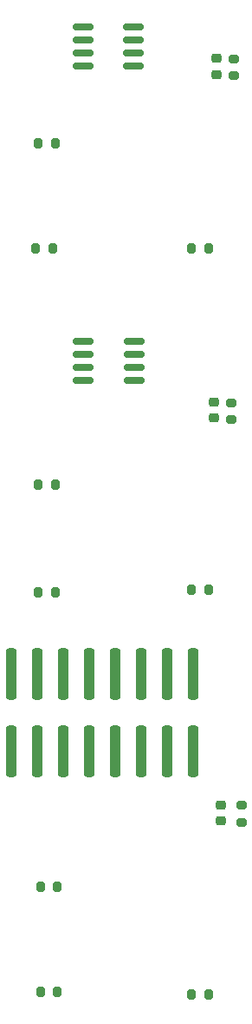
<source format=gbr>
%TF.GenerationSoftware,KiCad,Pcbnew,(7.0.0)*%
%TF.CreationDate,2023-03-06T17:55:23-08:00*%
%TF.ProjectId,my active mult,6d792061-6374-4697-9665-206d756c742e,rev?*%
%TF.SameCoordinates,Original*%
%TF.FileFunction,Paste,Top*%
%TF.FilePolarity,Positive*%
%FSLAX46Y46*%
G04 Gerber Fmt 4.6, Leading zero omitted, Abs format (unit mm)*
G04 Created by KiCad (PCBNEW (7.0.0)) date 2023-03-06 17:55:23*
%MOMM*%
%LPD*%
G01*
G04 APERTURE LIST*
G04 Aperture macros list*
%AMRoundRect*
0 Rectangle with rounded corners*
0 $1 Rounding radius*
0 $2 $3 $4 $5 $6 $7 $8 $9 X,Y pos of 4 corners*
0 Add a 4 corners polygon primitive as box body*
4,1,4,$2,$3,$4,$5,$6,$7,$8,$9,$2,$3,0*
0 Add four circle primitives for the rounded corners*
1,1,$1+$1,$2,$3*
1,1,$1+$1,$4,$5*
1,1,$1+$1,$6,$7*
1,1,$1+$1,$8,$9*
0 Add four rect primitives between the rounded corners*
20,1,$1+$1,$2,$3,$4,$5,0*
20,1,$1+$1,$4,$5,$6,$7,0*
20,1,$1+$1,$6,$7,$8,$9,0*
20,1,$1+$1,$8,$9,$2,$3,0*%
G04 Aperture macros list end*
%ADD10RoundRect,0.255000X0.255000X-2.245000X0.255000X2.245000X-0.255000X2.245000X-0.255000X-2.245000X0*%
%ADD11RoundRect,0.150000X-0.825000X-0.150000X0.825000X-0.150000X0.825000X0.150000X-0.825000X0.150000X0*%
%ADD12RoundRect,0.200000X-0.200000X-0.275000X0.200000X-0.275000X0.200000X0.275000X-0.200000X0.275000X0*%
%ADD13RoundRect,0.200000X0.275000X-0.200000X0.275000X0.200000X-0.275000X0.200000X-0.275000X-0.200000X0*%
%ADD14RoundRect,0.218750X-0.256250X0.218750X-0.256250X-0.218750X0.256250X-0.218750X0.256250X0.218750X0*%
G04 APERTURE END LIST*
D10*
%TO.C,J14*%
X26220000Y-103050000D03*
X28760000Y-103050000D03*
X31300000Y-103050000D03*
X33840000Y-103050000D03*
X36380000Y-103050000D03*
X38920000Y-103050000D03*
X41460000Y-103050000D03*
X44000000Y-103050000D03*
X26220000Y-95450000D03*
X28760000Y-95450000D03*
X31300000Y-95450000D03*
X33840000Y-95450000D03*
X36380000Y-95450000D03*
X38920000Y-95450000D03*
X41460000Y-95450000D03*
X44000000Y-95450000D03*
%TD*%
D11*
%TO.C,U2*%
X38225000Y-63095000D03*
X38225000Y-64365000D03*
X38225000Y-65635000D03*
X38225000Y-66905000D03*
X33275000Y-66905000D03*
X33275000Y-65635000D03*
X33275000Y-64365000D03*
X33275000Y-63095000D03*
%TD*%
%TO.C,U1*%
X38200000Y-32440000D03*
X38200000Y-33710000D03*
X38200000Y-34980000D03*
X38200000Y-36250000D03*
X33250000Y-36250000D03*
X33250000Y-34980000D03*
X33250000Y-33710000D03*
X33250000Y-32440000D03*
%TD*%
D12*
%TO.C,R12*%
X30750000Y-126500000D03*
X29100000Y-126500000D03*
%TD*%
%TO.C,R11*%
X30750000Y-116250000D03*
X29100000Y-116250000D03*
%TD*%
%TO.C,R10*%
X45500000Y-126750000D03*
X43850000Y-126750000D03*
%TD*%
D13*
%TO.C,R9*%
X48750000Y-108287500D03*
X48750000Y-109937500D03*
%TD*%
D12*
%TO.C,R8*%
X30500000Y-87500000D03*
X28850000Y-87500000D03*
%TD*%
%TO.C,R7*%
X30500000Y-77000000D03*
X28850000Y-77000000D03*
%TD*%
%TO.C,R6*%
X45500000Y-87250000D03*
X43850000Y-87250000D03*
%TD*%
D13*
%TO.C,R5*%
X47750000Y-69037500D03*
X47750000Y-70687500D03*
%TD*%
D12*
%TO.C,R4*%
X30250000Y-54000000D03*
X28600000Y-54000000D03*
%TD*%
%TO.C,R3*%
X30500000Y-43750000D03*
X28850000Y-43750000D03*
%TD*%
%TO.C,R2*%
X45500000Y-54000000D03*
X43850000Y-54000000D03*
%TD*%
D13*
%TO.C,R1*%
X48000000Y-35537500D03*
X48000000Y-37187500D03*
%TD*%
D14*
%TO.C,D3*%
X46750000Y-109825000D03*
X46750000Y-108250000D03*
%TD*%
%TO.C,D2*%
X46000000Y-70537500D03*
X46000000Y-68962500D03*
%TD*%
%TO.C,D1*%
X46250000Y-37037500D03*
X46250000Y-35462500D03*
%TD*%
M02*

</source>
